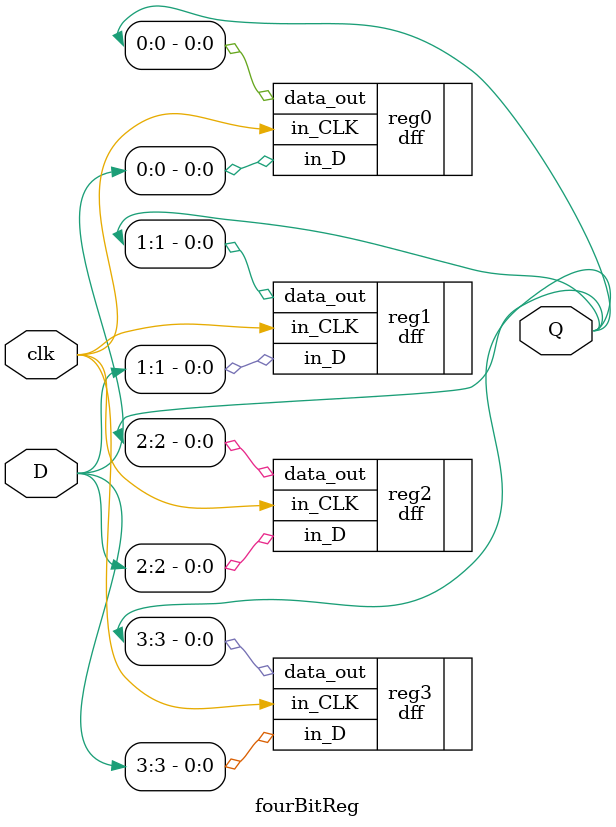
<source format=v>
`timescale 1ns / 1ps

module fourBitReg(
	input clk,
	input [3:0] D,
	output [3:0] Q
);

//4 bit register
dff reg0 (
	.data_out(Q[0]),
	.in_D(D[0]),
	.in_CLK(clk)
);

dff reg1 (
	.data_out(Q[1]),
	.in_D(D[1]),
	.in_CLK(clk)
);

dff reg2 (
	.data_out(Q[2]),
	.in_D(D[2]),
	.in_CLK(clk)
);
dff reg3 (
	.data_out(Q[3]),
	.in_D(D[3]),
	.in_CLK(clk)
);

endmodule

</source>
